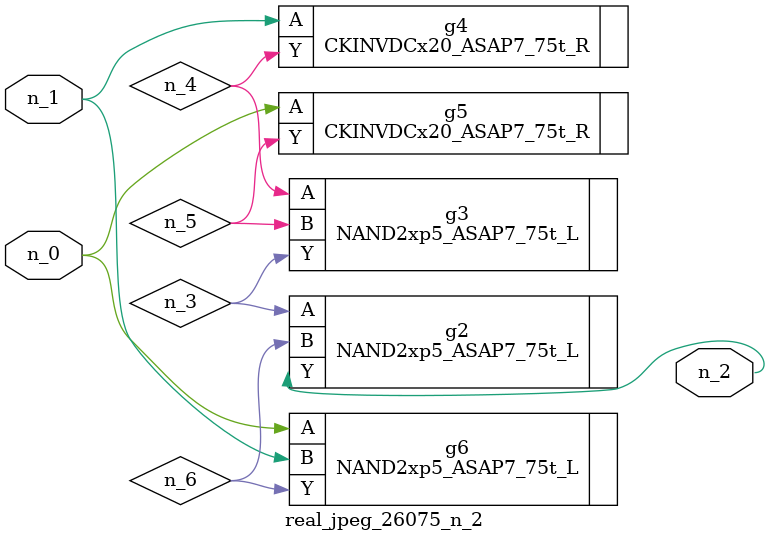
<source format=v>
module real_jpeg_26075_n_2 (n_1, n_0, n_2);

input n_1;
input n_0;

output n_2;

wire n_5;
wire n_4;
wire n_6;
wire n_3;

CKINVDCx20_ASAP7_75t_R g5 ( 
.A(n_0),
.Y(n_5)
);

NAND2xp5_ASAP7_75t_L g6 ( 
.A(n_0),
.B(n_1),
.Y(n_6)
);

CKINVDCx20_ASAP7_75t_R g4 ( 
.A(n_1),
.Y(n_4)
);

NAND2xp5_ASAP7_75t_L g2 ( 
.A(n_3),
.B(n_6),
.Y(n_2)
);

NAND2xp5_ASAP7_75t_L g3 ( 
.A(n_4),
.B(n_5),
.Y(n_3)
);


endmodule
</source>
